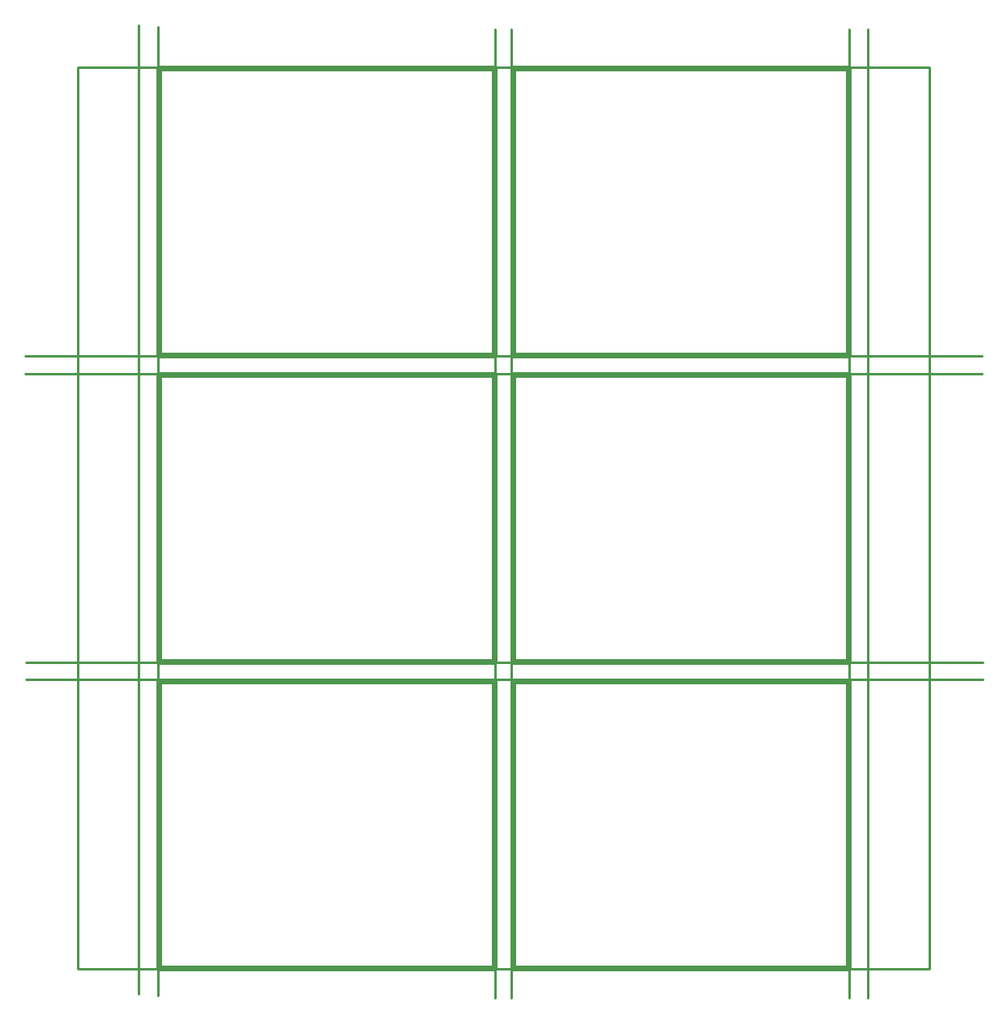
<source format=gko>
G04*
G04 #@! TF.GenerationSoftware,Altium Limited,Altium Designer,20.0.10 (225)*
G04*
G04 Layer_Color=16711935*
%FSLAX25Y25*%
%MOIN*%
G70*
G01*
G75*
%ADD36C,0.01000*%
%ADD56C,0.02362*%
D36*
X0Y-370669D02*
X350295Y-370669D01*
Y0D01*
X0Y0D02*
X350295Y0D01*
X325098Y-382874D02*
Y15453D01*
X25114Y-381078D02*
Y17249D01*
X-21654Y-118799D02*
X372047D01*
X-21654Y-125984D02*
X372047D01*
X-21358Y-244783D02*
X372342D01*
X-21358Y-251870D02*
X372342D01*
X33071Y-381594D02*
Y16732D01*
X171752Y-382776D02*
Y15551D01*
X178445Y-382776D02*
Y15551D01*
X317224Y-382874D02*
Y15453D01*
X0Y-370669D02*
Y0D01*
D56*
X33268Y-370374D02*
X171268D01*
Y-252374D01*
X33268D02*
X171268D01*
X33268Y-370374D02*
Y-252374D01*
X178937Y-370374D02*
X316937D01*
Y-252374D01*
X178937D02*
X316937D01*
X178937Y-370374D02*
Y-252374D01*
X33268Y-244390D02*
X171268D01*
Y-126390D01*
X33268D02*
X171268D01*
X33268Y-244390D02*
Y-126390D01*
X178937Y-244390D02*
X316937D01*
Y-126390D01*
X178937D02*
X316937D01*
X178937Y-244390D02*
Y-126390D01*
X33268Y-118405D02*
X171268D01*
Y-405D01*
X33268D02*
X171268D01*
X33268Y-118405D02*
Y-405D01*
X178937Y-118405D02*
X316937D01*
Y-405D01*
X178937D02*
X316937D01*
X178937Y-118405D02*
Y-405D01*
M02*

</source>
